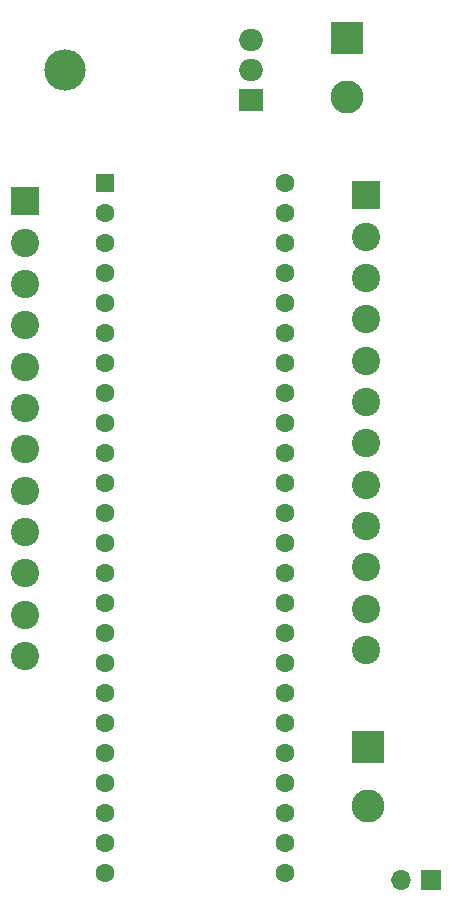
<source format=gbr>
%TF.GenerationSoftware,KiCad,Pcbnew,(6.0.10)*%
%TF.CreationDate,2023-04-10T11:13:11-05:00*%
%TF.ProjectId,lowerArm,6c6f7765-7241-4726-9d2e-6b696361645f,rev?*%
%TF.SameCoordinates,Original*%
%TF.FileFunction,Soldermask,Bot*%
%TF.FilePolarity,Negative*%
%FSLAX46Y46*%
G04 Gerber Fmt 4.6, Leading zero omitted, Abs format (unit mm)*
G04 Created by KiCad (PCBNEW (6.0.10)) date 2023-04-10 11:13:11*
%MOMM*%
%LPD*%
G01*
G04 APERTURE LIST*
%ADD10R,1.600000X1.600000*%
%ADD11C,1.600000*%
%ADD12O,3.500000X3.500000*%
%ADD13R,2.000000X1.905000*%
%ADD14O,2.000000X1.905000*%
%ADD15R,2.400000X2.400000*%
%ADD16C,2.400000*%
%ADD17R,1.700000X1.700000*%
%ADD18O,1.700000X1.700000*%
%ADD19R,2.800000X2.800000*%
%ADD20C,2.800000*%
G04 APERTURE END LIST*
D10*
%TO.C,U3*%
X138303000Y-68961000D03*
D11*
X138303000Y-71501000D03*
X138303000Y-74041000D03*
X138303000Y-76581000D03*
X138303000Y-79121000D03*
X138303000Y-81661000D03*
X138303000Y-84201000D03*
X138303000Y-86741000D03*
X138303000Y-89281000D03*
X138303000Y-91821000D03*
X138303000Y-94361000D03*
X138303000Y-96901000D03*
X138303000Y-99441000D03*
X138303000Y-101981000D03*
X138303000Y-104521000D03*
X138303000Y-107061000D03*
X138303000Y-109601000D03*
X138303000Y-112141000D03*
X138303000Y-114681000D03*
X138303000Y-117221000D03*
X138303000Y-119761000D03*
X138303000Y-122301000D03*
X138303000Y-124841000D03*
X138303000Y-127381000D03*
X153543000Y-127381000D03*
X153543000Y-124841000D03*
X153543000Y-122301000D03*
X153543000Y-119761000D03*
X153543000Y-117221000D03*
X153543000Y-114681000D03*
X153543000Y-112141000D03*
X153543000Y-109601000D03*
X153543000Y-107061000D03*
X153543000Y-104521000D03*
X153543000Y-101981000D03*
X153543000Y-99441000D03*
X153543000Y-96901000D03*
X153543000Y-94361000D03*
X153543000Y-91821000D03*
X153543000Y-89281000D03*
X153543000Y-86741000D03*
X153543000Y-84201000D03*
X153543000Y-81661000D03*
X153543000Y-79121000D03*
X153543000Y-76581000D03*
X153543000Y-74041000D03*
X153543000Y-71501000D03*
X153543000Y-68961000D03*
%TD*%
D12*
%TO.C,U1*%
X134855000Y-59436000D03*
D13*
X150655000Y-61976000D03*
D14*
X150655000Y-59436000D03*
X150655000Y-56896000D03*
%TD*%
D15*
%TO.C,J1*%
X131495000Y-70539000D03*
D16*
X131495000Y-74039000D03*
X131495000Y-77539000D03*
X131495000Y-81039000D03*
X131495000Y-84539000D03*
X131495000Y-88039000D03*
X131495000Y-91539000D03*
X131495000Y-95039000D03*
X131495000Y-98539000D03*
X131495000Y-102039000D03*
X131495000Y-105539000D03*
X131495000Y-109039000D03*
%TD*%
D15*
%TO.C,J2*%
X160400988Y-70030996D03*
D16*
X160400988Y-73530996D03*
X160400988Y-77030996D03*
X160400988Y-80530996D03*
X160400988Y-84030996D03*
X160400988Y-87530996D03*
X160400988Y-91030996D03*
X160400988Y-94530996D03*
X160400988Y-98030996D03*
X160400988Y-101530996D03*
X160400988Y-105030996D03*
X160400988Y-108530996D03*
%TD*%
D17*
%TO.C,REF\u002A\u002A*%
X165862000Y-128016000D03*
D18*
X163322000Y-128016000D03*
%TD*%
D19*
%TO.C,J3*%
X158770000Y-56682000D03*
D20*
X158770000Y-61682000D03*
%TD*%
D19*
%TO.C,J3*%
X160548000Y-116753000D03*
D20*
X160548000Y-121753000D03*
%TD*%
M02*

</source>
